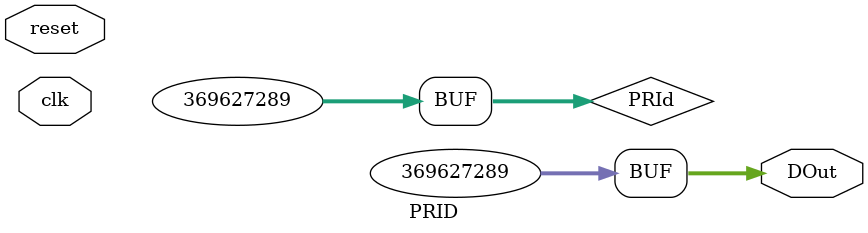
<source format=v>
`timescale 1ns / 1ps
module PRID(
    input clk,
    input reset,
    output [31:0] DOut
    );
  reg [31:0] PRId;
  
  initial begin
    PRId = 32'h16081099;
  end
  
  assign DOut = PRId;

endmodule

</source>
